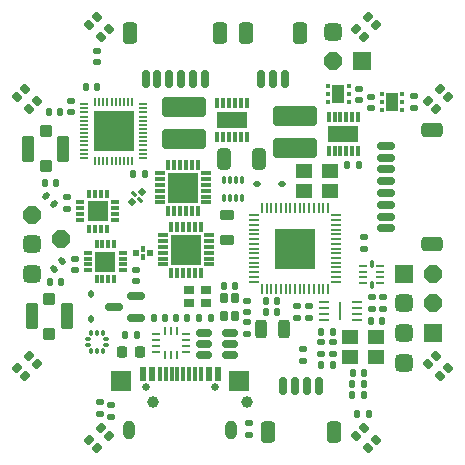
<source format=gbr>
%TF.GenerationSoftware,KiCad,Pcbnew,9.0.0-9.0.0-2~ubuntu24.04.1*%
%TF.CreationDate,2025-03-27T18:59:32+01:00*%
%TF.ProjectId,Kolibri v0.5,4b6f6c69-6272-4692-9076-302e352e6b69,rev?*%
%TF.SameCoordinates,Original*%
%TF.FileFunction,Soldermask,Top*%
%TF.FilePolarity,Negative*%
%FSLAX46Y46*%
G04 Gerber Fmt 4.6, Leading zero omitted, Abs format (unit mm)*
G04 Created by KiCad (PCBNEW 9.0.0-9.0.0-2~ubuntu24.04.1) date 2025-03-27 18:59:32*
%MOMM*%
%LPD*%
G01*
G04 APERTURE LIST*
G04 Aperture macros list*
%AMRoundRect*
0 Rectangle with rounded corners*
0 $1 Rounding radius*
0 $2 $3 $4 $5 $6 $7 $8 $9 X,Y pos of 4 corners*
0 Add a 4 corners polygon primitive as box body*
4,1,4,$2,$3,$4,$5,$6,$7,$8,$9,$2,$3,0*
0 Add four circle primitives for the rounded corners*
1,1,$1+$1,$2,$3*
1,1,$1+$1,$4,$5*
1,1,$1+$1,$6,$7*
1,1,$1+$1,$8,$9*
0 Add four rect primitives between the rounded corners*
20,1,$1+$1,$2,$3,$4,$5,0*
20,1,$1+$1,$4,$5,$6,$7,0*
20,1,$1+$1,$6,$7,$8,$9,0*
20,1,$1+$1,$8,$9,$2,$3,0*%
%AMRotRect*
0 Rectangle, with rotation*
0 The origin of the aperture is its center*
0 $1 length*
0 $2 width*
0 $3 Rotation angle, in degrees counterclockwise*
0 Add horizontal line*
21,1,$1,$2,0,0,$3*%
%AMOutline5P*
0 Free polygon, 5 corners , with rotation*
0 The origin of the aperture is its center*
0 number of corners: always 5*
0 $1 to $10 corner X, Y*
0 $11 Rotation angle, in degrees counterclockwise*
0 create outline with 5 corners*
4,1,5,$1,$2,$3,$4,$5,$6,$7,$8,$9,$10,$1,$2,$11*%
%AMOutline6P*
0 Free polygon, 6 corners , with rotation*
0 The origin of the aperture is its center*
0 number of corners: always 6*
0 $1 to $12 corner X, Y*
0 $13 Rotation angle, in degrees counterclockwise*
0 create outline with 6 corners*
4,1,6,$1,$2,$3,$4,$5,$6,$7,$8,$9,$10,$11,$12,$1,$2,$13*%
%AMOutline7P*
0 Free polygon, 7 corners , with rotation*
0 The origin of the aperture is its center*
0 number of corners: always 7*
0 $1 to $14 corner X, Y*
0 $15 Rotation angle, in degrees counterclockwise*
0 create outline with 7 corners*
4,1,7,$1,$2,$3,$4,$5,$6,$7,$8,$9,$10,$11,$12,$13,$14,$1,$2,$15*%
%AMOutline8P*
0 Free polygon, 8 corners , with rotation*
0 The origin of the aperture is its center*
0 number of corners: always 8*
0 $1 to $16 corner X, Y*
0 $17 Rotation angle, in degrees counterclockwise*
0 create outline with 8 corners*
4,1,8,$1,$2,$3,$4,$5,$6,$7,$8,$9,$10,$11,$12,$13,$14,$15,$16,$1,$2,$17*%
G04 Aperture macros list end*
%ADD10R,0.800000X0.300000*%
%ADD11R,0.300000X0.800000*%
%ADD12R,1.750000X1.750000*%
%ADD13R,0.700000X0.200000*%
%ADD14R,0.200000X0.700000*%
%ADD15R,3.400000X3.400000*%
%ADD16RoundRect,0.050000X-0.387500X0.050000X-0.387500X-0.050000X0.387500X-0.050000X0.387500X0.050000X0*%
%ADD17RoundRect,0.050000X0.050000X0.387500X-0.050000X0.387500X-0.050000X-0.387500X0.050000X-0.387500X0*%
%ADD18R,0.300000X0.850000*%
%ADD19R,0.850000X0.300000*%
%ADD20R,2.650000X2.650000*%
%ADD21RoundRect,0.140000X-0.170000X0.140000X-0.170000X-0.140000X0.170000X-0.140000X0.170000X0.140000X0*%
%ADD22RoundRect,0.150000X0.150000X0.625000X-0.150000X0.625000X-0.150000X-0.625000X0.150000X-0.625000X0*%
%ADD23RoundRect,0.250000X0.350000X0.650000X-0.350000X0.650000X-0.350000X-0.650000X0.350000X-0.650000X0*%
%ADD24RoundRect,0.135000X-0.185000X0.135000X-0.185000X-0.135000X0.185000X-0.135000X0.185000X0.135000X0*%
%ADD25RoundRect,0.097500X-0.374767X0.053033X0.053033X-0.374767X0.374767X-0.053033X-0.053033X0.374767X0*%
%ADD26RoundRect,0.140000X0.170000X-0.140000X0.170000X0.140000X-0.170000X0.140000X-0.170000X-0.140000X0*%
%ADD27RoundRect,0.062500X0.237500X-0.062500X0.237500X0.062500X-0.237500X0.062500X-0.237500X-0.062500X0*%
%ADD28RoundRect,0.050000X0.250000X-0.050000X0.250000X0.050000X-0.250000X0.050000X-0.250000X-0.050000X0*%
%ADD29RoundRect,0.075000X0.075000X-0.250000X0.075000X0.250000X-0.075000X0.250000X-0.075000X-0.250000X0*%
%ADD30Outline8P,-0.750000X0.300000X-0.300000X0.750000X0.300000X0.750000X0.750000X0.300000X0.750000X-0.300000X0.300000X-0.750000X-0.300000X-0.750000X-0.750000X-0.300000X0.000000*%
%ADD31RoundRect,0.097500X0.053033X0.374767X-0.374767X-0.053033X-0.053033X-0.374767X0.374767X0.053033X0*%
%ADD32C,0.650000*%
%ADD33R,0.600000X1.150000*%
%ADD34R,0.300000X1.150000*%
%ADD35R,1.700000X1.700000*%
%ADD36O,1.000000X1.600000*%
%ADD37R,0.550000X0.550000*%
%ADD38R,0.300000X0.500000*%
%ADD39R,0.300000X0.900000*%
%ADD40R,2.600000X1.400000*%
%ADD41RoundRect,0.218750X0.381250X-0.218750X0.381250X0.218750X-0.381250X0.218750X-0.381250X-0.218750X0*%
%ADD42RoundRect,0.147500X-0.147500X-0.172500X0.147500X-0.172500X0.147500X0.172500X-0.147500X0.172500X0*%
%ADD43RoundRect,0.140000X-0.140000X-0.170000X0.140000X-0.170000X0.140000X0.170000X-0.140000X0.170000X0*%
%ADD44RoundRect,0.218750X0.218750X0.256250X-0.218750X0.256250X-0.218750X-0.256250X0.218750X-0.256250X0*%
%ADD45RoundRect,0.140000X0.140000X0.170000X-0.140000X0.170000X-0.140000X-0.170000X0.140000X-0.170000X0*%
%ADD46RoundRect,0.135000X-0.135000X-0.185000X0.135000X-0.185000X0.135000X0.185000X-0.135000X0.185000X0*%
%ADD47R,1.500000X1.500000*%
%ADD48RoundRect,0.250000X0.250000X0.550000X-0.250000X0.550000X-0.250000X-0.550000X0.250000X-0.550000X0*%
%ADD49RoundRect,0.087500X-0.125000X-0.087500X0.125000X-0.087500X0.125000X0.087500X-0.125000X0.087500X0*%
%ADD50RoundRect,0.087500X-0.087500X-0.125000X0.087500X-0.125000X0.087500X0.125000X-0.087500X0.125000X0*%
%ADD51RoundRect,0.093750X-0.093750X-0.106250X0.093750X-0.106250X0.093750X0.106250X-0.093750X0.106250X0*%
%ADD52R,1.000000X1.600000*%
%ADD53R,0.675000X0.250000*%
%ADD54R,0.250000X0.675000*%
%ADD55RoundRect,0.135000X0.135000X0.185000X-0.135000X0.185000X-0.135000X-0.185000X0.135000X-0.185000X0*%
%ADD56R,1.400000X1.200000*%
%ADD57RoundRect,0.375000X0.375000X-0.375000X0.375000X0.375000X-0.375000X0.375000X-0.375000X-0.375000X0*%
%ADD58RotRect,0.550000X0.550000X315.000000*%
%ADD59RotRect,0.300000X0.500000X225.000000*%
%ADD60RoundRect,0.050000X-0.100000X0.285000X-0.100000X-0.285000X0.100000X-0.285000X0.100000X0.285000X0*%
%ADD61RoundRect,0.150000X0.625000X-0.150000X0.625000X0.150000X-0.625000X0.150000X-0.625000X-0.150000X0*%
%ADD62RoundRect,0.250000X0.650000X-0.350000X0.650000X0.350000X-0.650000X0.350000X-0.650000X-0.350000X0*%
%ADD63RoundRect,0.250000X-1.600000X0.600000X-1.600000X-0.600000X1.600000X-0.600000X1.600000X0.600000X0*%
%ADD64RoundRect,0.375000X-0.375000X-0.375000X0.375000X-0.375000X0.375000X0.375000X-0.375000X0.375000X0*%
%ADD65RoundRect,0.097500X-0.053033X-0.374767X0.374767X0.053033X0.053033X0.374767X-0.374767X-0.053033X0*%
%ADD66RoundRect,0.100000X0.400000X0.400000X-0.400000X0.400000X-0.400000X-0.400000X0.400000X-0.400000X0*%
%ADD67RoundRect,0.105000X0.420000X0.995000X-0.420000X0.995000X-0.420000X-0.995000X0.420000X-0.995000X0*%
%ADD68RoundRect,0.135000X0.185000X-0.135000X0.185000X0.135000X-0.185000X0.135000X-0.185000X-0.135000X0*%
%ADD69RoundRect,0.100000X-0.400000X-0.400000X0.400000X-0.400000X0.400000X0.400000X-0.400000X0.400000X0*%
%ADD70RoundRect,0.105000X-0.420000X-0.995000X0.420000X-0.995000X0.420000X0.995000X-0.420000X0.995000X0*%
%ADD71RoundRect,0.097500X0.374767X-0.053033X-0.053033X0.374767X-0.374767X0.053033X0.053033X-0.374767X0*%
%ADD72RoundRect,0.150000X-0.150000X-0.625000X0.150000X-0.625000X0.150000X0.625000X-0.150000X0.625000X0*%
%ADD73RoundRect,0.250000X-0.350000X-0.650000X0.350000X-0.650000X0.350000X0.650000X-0.350000X0.650000X0*%
%ADD74RoundRect,0.150000X0.512500X0.150000X-0.512500X0.150000X-0.512500X-0.150000X0.512500X-0.150000X0*%
%ADD75RoundRect,0.097500X0.227500X-0.302500X0.227500X0.302500X-0.227500X0.302500X-0.227500X-0.302500X0*%
%ADD76RoundRect,0.112500X-0.187500X-0.112500X0.187500X-0.112500X0.187500X0.112500X-0.187500X0.112500X0*%
%ADD77RoundRect,0.140000X-0.219203X-0.021213X-0.021213X-0.219203X0.219203X0.021213X0.021213X0.219203X0*%
%ADD78RoundRect,0.250000X0.325000X0.650000X-0.325000X0.650000X-0.325000X-0.650000X0.325000X-0.650000X0*%
%ADD79R,0.900000X0.800000*%
%ADD80RoundRect,0.140000X0.021213X-0.219203X0.219203X-0.021213X-0.021213X0.219203X-0.219203X0.021213X0*%
%ADD81RoundRect,0.112500X-0.112500X0.187500X-0.112500X-0.187500X0.112500X-0.187500X0.112500X0.187500X0*%
%ADD82RoundRect,0.150000X0.587500X0.150000X-0.587500X0.150000X-0.587500X-0.150000X0.587500X-0.150000X0*%
%ADD83RoundRect,0.062500X0.387500X0.062500X-0.387500X0.062500X-0.387500X-0.062500X0.387500X-0.062500X0*%
%ADD84R,0.200000X1.600000*%
%ADD85C,1.000000*%
G04 APERTURE END LIST*
D10*
%TO.C,IC2*%
X90100000Y-98950000D03*
X90100000Y-98450000D03*
X90100000Y-97950000D03*
X90100000Y-97450000D03*
D11*
X89350000Y-96700000D03*
X88850000Y-96700000D03*
X88350000Y-96700000D03*
X87850000Y-96700000D03*
D10*
X87100000Y-97450000D03*
X87100000Y-97950000D03*
X87100000Y-98450000D03*
X87100000Y-98950000D03*
D11*
X87850000Y-99700000D03*
X88350000Y-99700000D03*
X88850000Y-99700000D03*
X89350000Y-99700000D03*
D12*
X88600000Y-98200000D03*
%TD*%
D10*
%TO.C,IC4*%
X90750000Y-103200000D03*
X90750000Y-102700000D03*
X90750000Y-102200000D03*
X90750000Y-101700000D03*
D11*
X90000000Y-100950000D03*
X89500000Y-100950000D03*
X89000000Y-100950000D03*
X88500000Y-100950000D03*
D10*
X87750000Y-101700000D03*
X87750000Y-102200000D03*
X87750000Y-102700000D03*
X87750000Y-103200000D03*
D11*
X88500000Y-103950000D03*
X89000000Y-103950000D03*
X89500000Y-103950000D03*
X90000000Y-103950000D03*
D12*
X89250000Y-102450000D03*
%TD*%
D13*
%TO.C,U3*%
X87450000Y-89125000D03*
X87450000Y-89475000D03*
X87450000Y-89825000D03*
X87450000Y-90175000D03*
X87450000Y-90525000D03*
X87450000Y-90875000D03*
X87450000Y-91225000D03*
X87450000Y-91575000D03*
X87450000Y-91925000D03*
X87450000Y-92275000D03*
X87450000Y-92625000D03*
X87450000Y-92975000D03*
X87450000Y-93325000D03*
X87450000Y-93675000D03*
D14*
X88375000Y-93900000D03*
X88725000Y-93900000D03*
X89075000Y-93900000D03*
X89425000Y-93900000D03*
X89775000Y-93900000D03*
X90125000Y-93900000D03*
X90475000Y-93900000D03*
X90825000Y-93900000D03*
X91175000Y-93900000D03*
X91525000Y-93900000D03*
D13*
X92450000Y-93675000D03*
X92450000Y-93325000D03*
X92450000Y-92975000D03*
X92450000Y-92625000D03*
X92450000Y-92275000D03*
X92450000Y-91925000D03*
X92450000Y-91575000D03*
X92450000Y-91225000D03*
X92450000Y-90875000D03*
X92450000Y-90525000D03*
X92450000Y-90175000D03*
X92450000Y-89825000D03*
X92450000Y-89475000D03*
X92450000Y-89125000D03*
D14*
X91525000Y-88900000D03*
X91175000Y-88900000D03*
X90825000Y-88900000D03*
X90475000Y-88900000D03*
X90125000Y-88900000D03*
X89775000Y-88900000D03*
X89425000Y-88900000D03*
X89075000Y-88900000D03*
X88725000Y-88900000D03*
X88375000Y-88900000D03*
D15*
X89950000Y-91400000D03*
%TD*%
D16*
%TO.C,U1*%
X108737500Y-104150000D03*
X108737500Y-103750000D03*
X108737500Y-103350000D03*
X108737500Y-102950000D03*
X108737500Y-102550000D03*
X108737500Y-102150000D03*
X108737500Y-101750000D03*
X108737500Y-101350000D03*
X108737500Y-100950000D03*
X108737500Y-100550000D03*
X108737500Y-100150000D03*
X108737500Y-99750000D03*
X108737500Y-99350000D03*
X108737500Y-98950000D03*
X108737500Y-98550000D03*
D17*
X108100000Y-97912500D03*
X107700000Y-97912500D03*
X107300000Y-97912500D03*
X106900000Y-97912500D03*
X106500000Y-97912500D03*
X106100000Y-97912500D03*
X105700000Y-97912500D03*
X105300000Y-97912500D03*
X104900000Y-97912500D03*
X104500000Y-97912500D03*
X104100000Y-97912500D03*
X103700000Y-97912500D03*
X103300000Y-97912500D03*
X102900000Y-97912500D03*
X102500000Y-97912500D03*
D16*
X101862500Y-98550000D03*
X101862500Y-98950000D03*
X101862500Y-99350000D03*
X101862500Y-99750000D03*
X101862500Y-100150000D03*
X101862500Y-100550000D03*
X101862500Y-100950000D03*
X101862500Y-101350000D03*
X101862500Y-101750000D03*
X101862500Y-102150000D03*
X101862500Y-102550000D03*
X101862500Y-102950000D03*
X101862500Y-103350000D03*
X101862500Y-103750000D03*
X101862500Y-104150000D03*
D17*
X102500000Y-104787500D03*
X102900000Y-104787500D03*
X103300000Y-104787500D03*
X103700000Y-104787500D03*
X104100000Y-104787500D03*
X104500000Y-104787500D03*
X104900000Y-104787500D03*
X105300000Y-104787500D03*
X105700000Y-104787500D03*
X106100000Y-104787500D03*
X106500000Y-104787500D03*
X106900000Y-104787500D03*
X107300000Y-104787500D03*
X107700000Y-104787500D03*
X108100000Y-104787500D03*
D15*
X105300000Y-101350000D03*
%TD*%
D18*
%TO.C,IC3*%
X94800000Y-103400000D03*
X95300000Y-103400000D03*
X95800000Y-103400000D03*
X96300000Y-103400000D03*
X96800000Y-103400000D03*
X97300000Y-103400000D03*
D19*
X98000000Y-102700000D03*
X98000000Y-102200000D03*
X98000000Y-101700000D03*
X98000000Y-101200000D03*
X98000000Y-100700000D03*
X98000000Y-100200000D03*
D18*
X97300000Y-99500000D03*
X96800000Y-99500000D03*
X96300000Y-99500000D03*
X95800000Y-99500000D03*
X95300000Y-99500000D03*
X94800000Y-99500000D03*
D19*
X94100000Y-100200000D03*
X94100000Y-100700000D03*
X94100000Y-101200000D03*
X94100000Y-101700000D03*
X94100000Y-102200000D03*
X94100000Y-102700000D03*
D20*
X96050000Y-101450000D03*
%TD*%
D18*
%TO.C,IC1*%
X94550000Y-98150000D03*
X95050000Y-98150000D03*
X95550000Y-98150000D03*
X96050000Y-98150000D03*
X96550000Y-98150000D03*
X97050000Y-98150000D03*
D19*
X97750000Y-97450000D03*
X97750000Y-96950000D03*
X97750000Y-96450000D03*
X97750000Y-95950000D03*
X97750000Y-95450000D03*
X97750000Y-94950000D03*
D18*
X97050000Y-94250000D03*
X96550000Y-94250000D03*
X96050000Y-94250000D03*
X95550000Y-94250000D03*
X95050000Y-94250000D03*
X94550000Y-94250000D03*
D19*
X93850000Y-94950000D03*
X93850000Y-95450000D03*
X93850000Y-95950000D03*
X93850000Y-96450000D03*
X93850000Y-96950000D03*
X93850000Y-97450000D03*
D20*
X95800000Y-96200000D03*
%TD*%
D21*
%TO.C,C81*%
X115350000Y-88470000D03*
X115350000Y-89430000D03*
%TD*%
D22*
%TO.C,J6*%
X97650000Y-87000000D03*
X96650000Y-87000000D03*
X95650000Y-87000000D03*
X94650000Y-87000000D03*
X93650000Y-87000000D03*
X92650000Y-87000000D03*
D23*
X98950000Y-83125000D03*
X91350000Y-83125000D03*
%TD*%
D24*
%TO.C,R27*%
X112750000Y-105440000D03*
X112750000Y-106460000D03*
%TD*%
D25*
%TO.C,D6*%
X82405546Y-87833794D03*
X83466206Y-88894454D03*
X81733794Y-88505546D03*
X82794454Y-89566206D03*
%TD*%
D26*
%TO.C,C32*%
X86350000Y-89830000D03*
X86350000Y-88870000D03*
%TD*%
D27*
%TO.C,U9*%
X112500000Y-104300000D03*
D28*
X112500000Y-103800000D03*
X112500000Y-103300000D03*
D27*
X112500000Y-102800000D03*
D29*
X111800000Y-102625000D03*
D27*
X111100000Y-102800000D03*
D28*
X111100000Y-103300000D03*
X111100000Y-103800000D03*
D27*
X111100000Y-104300000D03*
D29*
X111800000Y-104475000D03*
%TD*%
D30*
%TO.C,P30*%
X108500000Y-85500000D03*
%TD*%
%TO.C,P29*%
X85500000Y-100500000D03*
%TD*%
D31*
%TO.C,D9*%
X118266206Y-88505546D03*
X117205546Y-89566206D03*
X117594454Y-87833794D03*
X116533794Y-88894454D03*
%TD*%
D32*
%TO.C,J1*%
X92710000Y-113087500D03*
X98490000Y-113087500D03*
D33*
X92400000Y-111982500D03*
X93200000Y-111982500D03*
D34*
X94350000Y-111982500D03*
X95350000Y-111982500D03*
X95850000Y-111982500D03*
X96850000Y-111982500D03*
D33*
X98000000Y-111982500D03*
X98800000Y-111982500D03*
X98800000Y-111982500D03*
X98000000Y-111982500D03*
D34*
X97350000Y-111982500D03*
X96350000Y-111982500D03*
X94850000Y-111982500D03*
X93850000Y-111982500D03*
D33*
X93200000Y-111982500D03*
X92400000Y-111982500D03*
D35*
X90600000Y-112547500D03*
D36*
X91280000Y-116747500D03*
X99920000Y-116747500D03*
D35*
X100600000Y-112547500D03*
%TD*%
D26*
%TO.C,C80*%
X108480000Y-110250000D03*
X108480000Y-109290000D03*
%TD*%
D24*
%TO.C,R5*%
X88750000Y-114340000D03*
X88750000Y-115360000D03*
%TD*%
D31*
%TO.C,D8*%
X112166206Y-82405546D03*
X111105546Y-83466206D03*
X111494454Y-81733794D03*
X110433794Y-82794454D03*
%TD*%
D37*
%TO.C,FL2*%
X93000000Y-101700000D03*
D38*
X92400000Y-101350000D03*
D37*
X91800000Y-101700000D03*
D38*
X92400000Y-102050000D03*
%TD*%
D39*
%TO.C,IC6*%
X98700000Y-91900000D03*
X99200000Y-91900000D03*
X99700000Y-91900000D03*
X100200000Y-91900000D03*
X100700000Y-91900000D03*
X101200000Y-91900000D03*
X101200000Y-89000000D03*
X100700000Y-89000000D03*
X100200000Y-89000000D03*
X99700000Y-89000000D03*
X99200000Y-89000000D03*
X98700000Y-89000000D03*
D40*
X99950000Y-90450000D03*
%TD*%
D41*
%TO.C,L6*%
X99550000Y-100612500D03*
X99550000Y-98487500D03*
%TD*%
D42*
%TO.C,L3*%
X84465000Y-89800000D03*
X85435000Y-89800000D03*
%TD*%
D24*
%TO.C,R2*%
X105500000Y-106240000D03*
X105500000Y-107260000D03*
%TD*%
D43*
%TO.C,C18*%
X110570000Y-115350000D03*
X111530000Y-115350000D03*
%TD*%
D44*
%TO.C,D17*%
X92187500Y-110100000D03*
X90612500Y-110100000D03*
%TD*%
D45*
%TO.C,C13*%
X103780000Y-105800000D03*
X102820000Y-105800000D03*
%TD*%
D46*
%TO.C,R38*%
X97190000Y-107250000D03*
X98210000Y-107250000D03*
%TD*%
D47*
%TO.C,P25*%
X111000000Y-85500000D03*
%TD*%
D45*
%TO.C,C67*%
X110680000Y-94300000D03*
X109720000Y-94300000D03*
%TD*%
D48*
%TO.C,L1*%
X104400000Y-108150000D03*
X102400000Y-108150000D03*
%TD*%
D49*
%TO.C,U11*%
X87787500Y-109000000D03*
X87787500Y-109500000D03*
D50*
X88050000Y-110012500D03*
X88550000Y-110012500D03*
X89050000Y-110012500D03*
D49*
X89312500Y-109500000D03*
X89312500Y-109000000D03*
D50*
X89050000Y-108487500D03*
X88550000Y-108487500D03*
X88050000Y-108487500D03*
%TD*%
D25*
%TO.C,D7*%
X88505546Y-81733794D03*
X89566206Y-82794454D03*
X87833794Y-82405546D03*
X88894454Y-83466206D03*
%TD*%
D51*
%TO.C,U7*%
X108062500Y-87600000D03*
X108062500Y-88250000D03*
X108062500Y-88900000D03*
X109837500Y-88900000D03*
X109837500Y-88250000D03*
X109837500Y-87600000D03*
D52*
X108950000Y-88250000D03*
%TD*%
D53*
%TO.C,U2*%
X96062500Y-110100000D03*
X96062500Y-109600000D03*
X96062500Y-109100000D03*
X96062500Y-108600000D03*
D54*
X95300000Y-108337500D03*
X94800000Y-108337500D03*
X94300000Y-108337500D03*
D53*
X93537500Y-108600000D03*
X93537500Y-109100000D03*
X93537500Y-109600000D03*
X93537500Y-110100000D03*
D54*
X94300000Y-110362500D03*
X94800000Y-110362500D03*
X95300000Y-110362500D03*
%TD*%
D46*
%TO.C,R22*%
X107490000Y-111250000D03*
X108510000Y-111250000D03*
%TD*%
D55*
%TO.C,R31*%
X91910000Y-108700000D03*
X90890000Y-108700000D03*
%TD*%
D56*
%TO.C,Y1*%
X108250000Y-94800000D03*
X106050000Y-94800000D03*
X106050000Y-96500000D03*
X108250000Y-96500000D03*
%TD*%
D22*
%TO.C,J8*%
X104450000Y-87000000D03*
X103450000Y-87000000D03*
X102450000Y-87000000D03*
D23*
X105750000Y-83125000D03*
X101150000Y-83125000D03*
%TD*%
D46*
%TO.C,R32*%
X91590000Y-95000000D03*
X92610000Y-95000000D03*
%TD*%
D45*
%TO.C,C12*%
X103780000Y-106750000D03*
X102820000Y-106750000D03*
%TD*%
D57*
%TO.C,P14*%
X114500000Y-108500000D03*
%TD*%
D58*
%TO.C,FL1*%
X92374264Y-96525736D03*
D59*
X91702513Y-96702513D03*
D58*
X91525736Y-97374264D03*
D59*
X92197487Y-97197487D03*
%TD*%
D43*
%TO.C,C85*%
X107520000Y-108400000D03*
X108480000Y-108400000D03*
%TD*%
D60*
%TO.C,U4*%
X100787500Y-95560000D03*
X100287500Y-95560000D03*
X99787500Y-95560000D03*
X99287500Y-95560000D03*
X99287500Y-97040000D03*
X99787500Y-97040000D03*
X100287500Y-97040000D03*
X100787500Y-97040000D03*
%TD*%
D47*
%TO.C,P23*%
X114500000Y-103500000D03*
%TD*%
D61*
%TO.C,J5*%
X113000000Y-99650000D03*
X113000000Y-98650000D03*
X113000000Y-97650000D03*
X113000000Y-96650000D03*
X113000000Y-95650000D03*
X113000000Y-94650000D03*
X113000000Y-93650000D03*
X113000000Y-92650000D03*
D62*
X116875000Y-100950000D03*
X116875000Y-91350000D03*
%TD*%
D21*
%TO.C,C52*%
X86000000Y-97020000D03*
X86000000Y-97980000D03*
%TD*%
D45*
%TO.C,C22*%
X96180000Y-107250000D03*
X95220000Y-107250000D03*
%TD*%
D63*
%TO.C,L7*%
X105337500Y-90150000D03*
X105337500Y-92850000D03*
%TD*%
D64*
%TO.C,P21*%
X83000000Y-103500000D03*
%TD*%
D26*
%TO.C,C73*%
X111800000Y-106430000D03*
X111800000Y-105470000D03*
%TD*%
%TO.C,C19*%
X89700000Y-115580000D03*
X89700000Y-114620000D03*
%TD*%
D65*
%TO.C,D4*%
X87833794Y-117594454D03*
X88894454Y-116533794D03*
X88505546Y-118266206D03*
X89566206Y-117205546D03*
%TD*%
D66*
%TO.C,J3*%
X84200000Y-94400000D03*
D67*
X82725000Y-92900000D03*
D66*
X84200000Y-91400000D03*
D67*
X85675000Y-92900000D03*
%TD*%
D30*
%TO.C,P34*%
X83000000Y-98500000D03*
%TD*%
D55*
%TO.C,R23*%
X111160000Y-113750000D03*
X110140000Y-113750000D03*
%TD*%
D68*
%TO.C,R3*%
X101250000Y-108610000D03*
X101250000Y-107590000D03*
%TD*%
D69*
%TO.C,J4*%
X84500000Y-105600000D03*
D70*
X85975000Y-107100000D03*
D69*
X84500000Y-108600000D03*
D70*
X83025000Y-107100000D03*
%TD*%
D43*
%TO.C,C79*%
X111737500Y-107450000D03*
X112697500Y-107450000D03*
%TD*%
D71*
%TO.C,D3*%
X111494454Y-118266206D03*
X110433794Y-117205546D03*
X112166206Y-117594454D03*
X111105546Y-116533794D03*
%TD*%
D45*
%TO.C,C51*%
X85080000Y-95800000D03*
X84120000Y-95800000D03*
%TD*%
%TO.C,C58*%
X85480000Y-104200000D03*
X84520000Y-104200000D03*
%TD*%
D30*
%TO.C,P28*%
X117000000Y-106000000D03*
%TD*%
D72*
%TO.C,J2*%
X104300000Y-113000000D03*
X105300000Y-113000000D03*
X106300000Y-113000000D03*
X107300000Y-113000000D03*
D73*
X103000000Y-116875000D03*
X108600000Y-116875000D03*
%TD*%
D64*
%TO.C,P18*%
X114500000Y-111000000D03*
%TD*%
%TO.C,P22*%
X83000000Y-101000000D03*
%TD*%
%TO.C,P19*%
X114500000Y-106000000D03*
%TD*%
D55*
%TO.C,R24*%
X111160000Y-112800000D03*
X110140000Y-112800000D03*
%TD*%
D21*
%TO.C,C48*%
X105950000Y-109870000D03*
X105950000Y-110830000D03*
%TD*%
D74*
%TO.C,U8*%
X99837500Y-110400000D03*
X99837500Y-109450000D03*
X99837500Y-108500000D03*
X97562500Y-108500000D03*
X97562500Y-109450000D03*
X97562500Y-110400000D03*
%TD*%
D75*
%TO.C,D1*%
X99265000Y-107060000D03*
X99265000Y-105560000D03*
X100215000Y-107060000D03*
X100215000Y-105560000D03*
%TD*%
D51*
%TO.C,U6*%
X112625000Y-88287500D03*
X112625000Y-88937500D03*
X112625000Y-89587500D03*
X114400000Y-89587500D03*
X114400000Y-88937500D03*
X114400000Y-88287500D03*
D52*
X113512500Y-88937500D03*
%TD*%
D64*
%TO.C,P20*%
X108500000Y-83000000D03*
%TD*%
D68*
%TO.C,R21*%
X107500000Y-110310000D03*
X107500000Y-109290000D03*
%TD*%
D43*
%TO.C,C16*%
X99260000Y-104510000D03*
X100220000Y-104510000D03*
%TD*%
D39*
%TO.C,IC5*%
X108150000Y-93100000D03*
X108650000Y-93100000D03*
X109150000Y-93100000D03*
X109650000Y-93100000D03*
X110150000Y-93100000D03*
X110650000Y-93100000D03*
X110650000Y-90200000D03*
X110150000Y-90200000D03*
X109650000Y-90200000D03*
X109150000Y-90200000D03*
X108650000Y-90200000D03*
X108150000Y-90200000D03*
D40*
X109400000Y-91650000D03*
%TD*%
D76*
%TO.C,D13*%
X102100000Y-95900000D03*
X104200000Y-95900000D03*
%TD*%
D42*
%TO.C,L4*%
X87565000Y-87700000D03*
X88535000Y-87700000D03*
%TD*%
D77*
%TO.C,C46*%
X84210589Y-96910589D03*
X84889411Y-97589411D03*
%TD*%
D21*
%TO.C,C83*%
X110750000Y-87820000D03*
X110750000Y-88780000D03*
%TD*%
D56*
%TO.C,Y4*%
X109950000Y-110500000D03*
X112150000Y-110500000D03*
X112150000Y-108800000D03*
X109950000Y-108800000D03*
%TD*%
D26*
%TO.C,C11*%
X101250000Y-106730000D03*
X101250000Y-105770000D03*
%TD*%
D78*
%TO.C,C69*%
X102225000Y-93750000D03*
X99275000Y-93750000D03*
%TD*%
D79*
%TO.C,Y3*%
X97750000Y-104850000D03*
X96350000Y-104850000D03*
X96350000Y-105950000D03*
X97750000Y-105950000D03*
%TD*%
D80*
%TO.C,C57*%
X84860589Y-103089411D03*
X85539411Y-102410589D03*
%TD*%
D63*
%TO.C,L8*%
X95900000Y-89400000D03*
X95900000Y-92100000D03*
%TD*%
D71*
%TO.C,D2*%
X117594454Y-112166206D03*
X116533794Y-111105546D03*
X118266206Y-111494454D03*
X117205546Y-110433794D03*
%TD*%
D47*
%TO.C,P24*%
X117000000Y-108500000D03*
%TD*%
D43*
%TO.C,C76*%
X110170000Y-111850000D03*
X111130000Y-111850000D03*
%TD*%
D24*
%TO.C,R1*%
X106450000Y-106240000D03*
X106450000Y-107260000D03*
%TD*%
D65*
%TO.C,D5*%
X81733794Y-111494454D03*
X82794454Y-110433794D03*
X82405546Y-112166206D03*
X83466206Y-111105546D03*
%TD*%
D81*
%TO.C,D12*%
X88000000Y-105200000D03*
X88000000Y-107300000D03*
%TD*%
D82*
%TO.C,Q1*%
X91837500Y-107250000D03*
X91837500Y-105350000D03*
X89962500Y-106300000D03*
%TD*%
D26*
%TO.C,C59*%
X86650000Y-103180000D03*
X86650000Y-102220000D03*
%TD*%
D24*
%TO.C,R6*%
X101400000Y-116090000D03*
X101400000Y-117110000D03*
%TD*%
D21*
%TO.C,C20*%
X88550000Y-84620000D03*
X88550000Y-85580000D03*
%TD*%
D24*
%TO.C,R26*%
X111150000Y-100390000D03*
X111150000Y-101410000D03*
%TD*%
D30*
%TO.C,P33*%
X117000000Y-103500000D03*
%TD*%
D43*
%TO.C,C21*%
X93370000Y-107250000D03*
X94330000Y-107250000D03*
%TD*%
D26*
%TO.C,C54*%
X91850000Y-104130000D03*
X91850000Y-103170000D03*
%TD*%
D21*
%TO.C,C82*%
X111700000Y-88520000D03*
X111700000Y-89480000D03*
%TD*%
D83*
%TO.C,U10*%
X110575000Y-107400000D03*
X110575000Y-106900000D03*
X110575000Y-106400000D03*
X110575000Y-105900000D03*
X107725000Y-105900000D03*
X107725000Y-106400000D03*
X107725000Y-106900000D03*
X107725000Y-107400000D03*
D84*
X109150000Y-106650000D03*
%TD*%
D85*
%TO.C,J9*%
X101230000Y-114350000D03*
X93250000Y-114350000D03*
%TD*%
M02*

</source>
